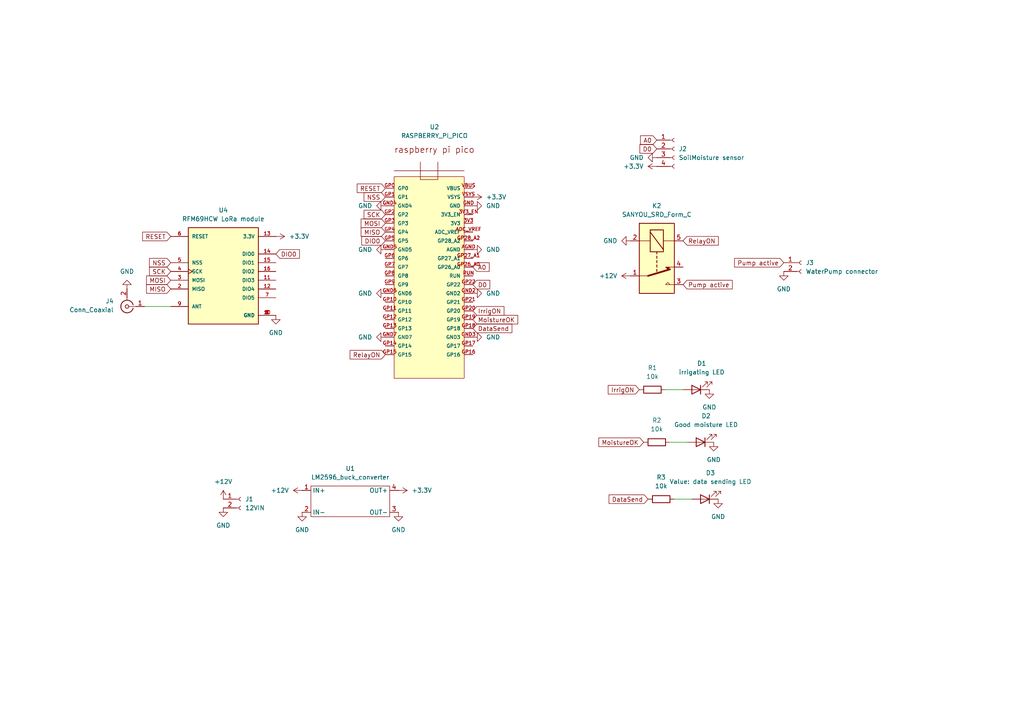
<source format=kicad_sch>
(kicad_sch (version 20231120) (generator "eeschema") (generator_version "8.0")
  (paper "A4")
  (lib_symbols
    (symbol "COM-13909:RFM69HCW LoRa module" (pin_names (offset 1.016))
      (property "Reference" "U" (at -10.9497 13.2415 0))
      (property "Value" "RFM69HCW LoRa module" (at -10.4265 -17.0385 0))
      (symbol "RFM69HCW LoRa module_0_0"
        (rectangle (start -10.16 -15.24) (end 10.16 12.7) (stroke (width 0.254)) (fill (type background)))
        (pin power_in line (at 15.24 -12.7 180) (length 5.08) (name "GND") (number "1"))
        (pin power_in line (at 15.24 -12.7 180) (length 5.08) (name "GND") (number "10"))
        (pin bidirectional line (at 15.24 -2.54 180) (length 5.08) (name "DIO3") (number "11"))
        (pin bidirectional line (at 15.24 -5.08 180) (length 5.08) (name "DIO4") (number "12"))
        (pin power_in line (at 15.24 10.16 180) (length 5.08) (name "3.3V") (number "13"))
        (pin bidirectional line (at 15.24 5.08 180) (length 5.08) (name "DIO0") (number "14"))
        (pin bidirectional line (at 15.24 2.54 180) (length 5.08) (name "DIO1") (number "15"))
        (pin bidirectional line (at 15.24 0 180) (length 5.08) (name "DIO2") (number "16"))
        (pin input line (at -15.24 -5.08 0) (length 5.08) (name "MISO") (number "2"))
        (pin output line (at -15.24 -2.54 0) (length 5.08) (name "MOSI") (number "3"))
        (pin input clock (at -15.24 0 0) (length 5.08) (name "SCK") (number "4"))
        (pin input line (at -15.24 2.54 0) (length 5.08) (name "NSS") (number "5"))
        (pin bidirectional line (at -15.24 10.16 0) (length 5.08) (name "RESET") (number "6"))
        (pin bidirectional line (at 15.24 -7.62 180) (length 5.08) (name "DIO5") (number "7"))
        (pin power_in line (at 15.24 -12.7 180) (length 5.08) (name "GND") (number "8"))
        (pin bidirectional line (at -15.24 -10.16 0) (length 5.08) (name "ANT") (number "9"))
      )
    )
    (symbol "Connector:Conn_01x02_Socket" (pin_names (offset 1.016) hide)
      (property "Reference" "J" (at 0 2.54 0))
      (property "Value" "Conn_01x02_Socket" (at 0 -5.08 0))
      (symbol "Conn_01x02_Socket_1_1"
        (arc (start 0 -2.032) (mid -0.5058 -2.54) (end 0 -3.048) (stroke (width 0.1524)))
        (polyline (pts (xy -1.27 -2.54) (xy -0.508 -2.54)) (stroke (width 0.1524)))
        (polyline (pts (xy -1.27 0) (xy -0.508 0)) (stroke (width 0.1524)))
        (arc (start 0 0.508) (mid -0.5058 0) (end 0 -0.508) (stroke (width 0.1524)))
        (pin passive line (at -5.08 0 0) (length 3.81) (name "Pin_1") (number "1"))
        (pin passive line (at -5.08 -2.54 0) (length 3.81) (name "Pin_2") (number "2"))
      )
    )
    (symbol "Connector:Conn_01x04_Socket" (pin_names (offset 1.016) hide)
      (property "Reference" "J" (at 0 5.08 0))
      (property "Value" "Conn_01x04_Socket" (at 0 -7.62 0))
      (symbol "Conn_01x04_Socket_1_1"
        (arc (start 0 -4.572) (mid -0.5058 -5.08) (end 0 -5.588) (stroke (width 0.1524)))
        (arc (start 0 -2.032) (mid -0.5058 -2.54) (end 0 -3.048) (stroke (width 0.1524)))
        (polyline (pts (xy -1.27 -5.08) (xy -0.508 -5.08)) (stroke (width 0.1524)))
        (polyline (pts (xy -1.27 -2.54) (xy -0.508 -2.54)) (stroke (width 0.1524)))
        (polyline (pts (xy -1.27 0) (xy -0.508 0)) (stroke (width 0.1524)))
        (polyline (pts (xy -1.27 2.54) (xy -0.508 2.54)) (stroke (width 0.1524)))
        (arc (start 0 0.508) (mid -0.5058 0) (end 0 -0.508) (stroke (width 0.1524)))
        (arc (start 0 3.048) (mid -0.5058 2.54) (end 0 2.032) (stroke (width 0.1524)))
        (pin passive line (at -5.08 2.54 0) (length 3.81) (name "Pin_1") (number "1"))
        (pin passive line (at -5.08 0 0) (length 3.81) (name "Pin_2") (number "2"))
        (pin passive line (at -5.08 -2.54 0) (length 3.81) (name "Pin_3") (number "3"))
        (pin passive line (at -5.08 -5.08 0) (length 3.81) (name "Pin_4") (number "4"))
      )
    )
    (symbol "Connector:Conn_Coaxial" (pin_names (offset 1.016) hide)
      (property "Reference" "J" (at 0.254 3.048 0))
      (property "Value" "Conn_Coaxial" (at 2.921 0 90))
      (symbol "Conn_Coaxial_0_1"
        (arc (start -1.778 -0.508) (mid 0.2311 -1.8066) (end 1.778 0) (stroke (width 0.254)))
        (polyline (pts (xy -2.54 0) (xy -0.508 0)))
        (polyline (pts (xy 0 -2.54) (xy 0 -1.778)))
        (circle (center 0 0) (radius 0.508) (stroke (width 0.2032)))
        (arc (start 1.778 0) (mid 0.2099 1.8101) (end -1.778 0.508) (stroke (width 0.254)))
      )
      (symbol "Conn_Coaxial_1_1"
        (pin passive line (at -5.08 0 0) (length 2.54) (name "In") (number "1"))
        (pin passive line (at 0 -5.08 90) (length 2.54) (name "Ext") (number "2"))
      )
    )
    (symbol "Device:LED" (pin_numbers hide) (pin_names (offset 1.016) hide)
      (property "Reference" "D" (at 0 2.54 0))
      (property "Value" "LED" (at 0 -2.54 0))
      (symbol "LED_0_1"
        (polyline (pts (xy -1.27 -1.27) (xy -1.27 1.27)) (stroke (width 0.254)))
        (polyline (pts (xy -1.27 0) (xy 1.27 0)))
        (polyline (pts (xy 1.27 -1.27) (xy 1.27 1.27) (xy -1.27 0) (xy 1.27 -1.27)) (stroke (width 0.254)))
        (polyline (pts (xy -3.048 -0.762) (xy -4.572 -2.286) (xy -3.81 -2.286) (xy -4.572 -2.286) (xy -4.572 -1.524)))
        (polyline (pts (xy -1.778 -0.762) (xy -3.302 -2.286) (xy -2.54 -2.286) (xy -3.302 -2.286) (xy -3.302 -1.524)))
      )
      (symbol "LED_1_1"
        (pin passive line (at -3.81 0 0) (length 2.54) (name "K") (number "1"))
        (pin passive line (at 3.81 0 180) (length 2.54) (name "A") (number "2"))
      )
    )
    (symbol "Device:R" (pin_numbers hide) (pin_names (offset 0))
      (property "Reference" "R" (at 2.032 0 90))
      (property "Value" "R" (at 0 0 90))
      (symbol "R_0_1"
        (rectangle (start -1.016 -2.54) (end 1.016 2.54) (stroke (width 0.254)))
      )
      (symbol "R_1_1"
        (pin passive line (at 0 3.81 270) (length 1.27) (name "~") (number "1"))
        (pin passive line (at 0 -3.81 90) (length 1.27) (name "~") (number "2"))
      )
    )
    (symbol "My_Symbols:LM2596_buck_converter"
      (property "Reference" "U" (at 0 0 0))
      (property "Value" "LM2596_buck_converter" (at 0 0 0))
      (symbol "LM2596_buck_converter_0_1"
        (rectangle (start -11.43 12.7) (end 11.43 3.81))
      )
      (symbol "LM2596_buck_converter_1_1"
        (pin input line (at -13.97 11.43 0) (length 2.54) (name "IN+") (number "1"))
        (pin input line (at -13.97 5.08 0) (length 2.54) (name "IN-") (number "2"))
        (pin output line (at 13.97 5.08 180) (length 2.54) (name "OUT-") (number "3"))
        (pin output line (at 13.97 11.43 180) (length 2.54) (name "OUT+") (number "4"))
      )
    )
    (symbol "RASPBERRY_PI_PICO:RASPBERRY_PI_PICO" (pin_names (offset 1.016))
      (property "Reference" "U" (at 0 0 0))
      (property "Value" "RASPBERRY_PI_PICO" (at 0 0 0))
      (symbol "RASPBERRY_PI_PICO_0_0"
        (rectangle (start -7.62 -34.7604) (end 12.7 23.6596) (stroke (width 0.1524)) (fill (type background)))
        (polyline (pts (xy 0 22.86) (xy 5.08 22.86)) (stroke (width 0.1524)))
        (polyline (pts (xy 0 27.94) (xy 0 22.86)) (stroke (width 0.1524)))
        (polyline (pts (xy 5.08 22.86) (xy 5.08 27.94)) (stroke (width 0.1524)))
        (polyline (pts (xy 12.7 25.4) (xy -7.62 25.4)) (stroke (width 0.1524)))
        (text "raspberry pi pico" (at -7.62 30.48 0) (effects (font (size 1.778 1.778)) (justify left bottom)))
        (pin bidirectional line (at 15.24 10.16 180) (length 2.54) (name "3V3") (number "3V3"))
        (pin bidirectional line (at 15.24 12.7 180) (length 2.54) (name "3V3_EN") (number "3V3_EN"))
        (pin bidirectional line (at 15.24 7.62 180) (length 2.54) (name "ADC_VREF") (number "ADC_VREF"))
        (pin bidirectional line (at 15.24 2.54 180) (length 2.54) (name "AGND") (number "AGND"))
        (pin bidirectional line (at 15.24 15.24 180) (length 2.54) (name "GND") (number "GND"))
        (pin bidirectional line (at 15.24 -10.16 180) (length 2.54) (name "GND2") (number "GND2"))
        (pin bidirectional line (at 15.24 -22.86 180) (length 2.54) (name "GND3") (number "GND3"))
        (pin bidirectional line (at -10.16 15.24 0) (length 2.54) (name "GND4") (number "GND4"))
        (pin bidirectional line (at -10.16 2.54 0) (length 2.54) (name "GND5") (number "GND5"))
        (pin bidirectional line (at -10.16 -10.16 0) (length 2.54) (name "GND6") (number "GND6"))
        (pin bidirectional line (at -10.16 -22.86 0) (length 2.54) (name "GND7") (number "GND7"))
        (pin bidirectional line (at -10.16 20.32 0) (length 2.54) (name "GP0") (number "GP0"))
        (pin bidirectional line (at -10.16 17.78 0) (length 2.54) (name "GP1") (number "GP1"))
        (pin bidirectional line (at -10.16 -12.7 0) (length 2.54) (name "GP10") (number "GP10"))
        (pin bidirectional line (at -10.16 -15.24 0) (length 2.54) (name "GP11") (number "GP11"))
        (pin bidirectional line (at -10.16 -17.78 0) (length 2.54) (name "GP12") (number "GP12"))
        (pin bidirectional line (at -10.16 -20.32 0) (length 2.54) (name "GP13") (number "GP13"))
        (pin bidirectional line (at -10.16 -25.4 0) (length 2.54) (name "GP14") (number "GP14"))
        (pin bidirectional line (at -10.16 -27.94 0) (length 2.54) (name "GP15") (number "GP15"))
        (pin bidirectional line (at 15.24 -27.94 180) (length 2.54) (name "GP16") (number "GP16"))
        (pin bidirectional line (at 15.24 -25.4 180) (length 2.54) (name "GP17") (number "GP17"))
        (pin bidirectional line (at 15.24 -20.32 180) (length 2.54) (name "GP18") (number "GP18"))
        (pin bidirectional line (at 15.24 -17.78 180) (length 2.54) (name "GP19") (number "GP19"))
        (pin bidirectional line (at -10.16 12.7 0) (length 2.54) (name "GP2") (number "GP2"))
        (pin bidirectional line (at 15.24 -15.24 180) (length 2.54) (name "GP20") (number "GP20"))
        (pin bidirectional line (at 15.24 -12.7 180) (length 2.54) (name "GP21") (number "GP21"))
        (pin bidirectional line (at 15.24 -7.62 180) (length 2.54) (name "GP22") (number "GP22"))
        (pin bidirectional line (at 15.24 -2.54 180) (length 2.54) (name "GP26_A0") (number "GP26_A0"))
        (pin bidirectional line (at 15.24 0 180) (length 2.54) (name "GP27_A1") (number "GP27_A1"))
        (pin bidirectional line (at 15.24 5.08 180) (length 2.54) (name "GP28_A2") (number "GP28_A2"))
        (pin bidirectional line (at -10.16 10.16 0) (length 2.54) (name "GP3") (number "GP3"))
        (pin bidirectional line (at -10.16 7.62 0) (length 2.54) (name "GP4") (number "GP4"))
        (pin bidirectional line (at -10.16 5.08 0) (length 2.54) (name "GP5") (number "GP5"))
        (pin bidirectional line (at -10.16 0 0) (length 2.54) (name "GP6") (number "GP6"))
        (pin bidirectional line (at -10.16 -2.54 0) (length 2.54) (name "GP7") (number "GP7"))
        (pin bidirectional line (at -10.16 -5.08 0) (length 2.54) (name "GP8") (number "GP8"))
        (pin bidirectional line (at -10.16 -7.62 0) (length 2.54) (name "GP9") (number "GP9"))
        (pin bidirectional line (at 15.24 -5.08 180) (length 2.54) (name "RUN") (number "RUN"))
        (pin bidirectional line (at 15.24 20.32 180) (length 2.54) (name "VBUS") (number "VBUS"))
        (pin bidirectional line (at 15.24 17.78 180) (length 2.54) (name "VSYS") (number "VSYS"))
      )
    )
    (symbol "Relay:SANYOU_SRD_Form_C"
      (property "Reference" "K" (at 11.43 3.81 0))
      (property "Value" "SANYOU_SRD_Form_C" (at 11.43 1.27 0))
      (symbol "SANYOU_SRD_Form_C_0_0"
        (polyline (pts (xy 7.62 5.08) (xy 7.62 2.54) (xy 6.985 3.175) (xy 7.62 3.81)))
      )
      (symbol "SANYOU_SRD_Form_C_0_1"
        (rectangle (start -10.16 5.08) (end 10.16 -5.08) (stroke (width 0.254)) (fill (type background)))
        (rectangle (start -8.255 1.905) (end -1.905 -1.905) (stroke (width 0.254)))
        (polyline (pts (xy -7.62 -1.905) (xy -2.54 1.905)) (stroke (width 0.254)))
        (polyline (pts (xy -5.08 -5.08) (xy -5.08 -1.905)))
        (polyline (pts (xy -5.08 5.08) (xy -5.08 1.905)))
        (polyline (pts (xy -1.905 0) (xy -1.27 0)) (stroke (width 0.254)))
        (polyline (pts (xy -0.635 0) (xy 0 0)) (stroke (width 0.254)))
        (polyline (pts (xy 0.635 0) (xy 1.27 0)) (stroke (width 0.254)))
        (polyline (pts (xy 1.905 0) (xy 2.54 0)) (stroke (width 0.254)))
        (polyline (pts (xy 3.175 0) (xy 3.81 0)) (stroke (width 0.254)))
        (polyline (pts (xy 5.08 -2.54) (xy 3.175 3.81)) (stroke (width 0.508)))
        (polyline (pts (xy 5.08 -2.54) (xy 5.08 -5.08)))
      )
      (symbol "SANYOU_SRD_Form_C_1_1"
        (polyline (pts (xy 2.54 3.81) (xy 3.175 3.175) (xy 2.54 2.54) (xy 2.54 5.08)) (fill (type outline)))
        (pin passive line (at 5.08 -7.62 90) (length 2.54) (name "~") (number "1"))
        (pin passive line (at -5.08 -7.62 90) (length 2.54) (name "~") (number "2"))
        (pin passive line (at 7.62 7.62 270) (length 2.54) (name "~") (number "3"))
        (pin passive line (at 2.54 7.62 270) (length 2.54) (name "~") (number "4"))
        (pin passive line (at -5.08 7.62 270) (length 2.54) (name "~") (number "5"))
      )
    )
    (symbol "power:+12V" (power) (pin_numbers hide) (pin_names (offset 0) hide)
      (property "Value" "+12V" (at 0 3.556 0))
      (symbol "+12V_0_1"
        (polyline (pts (xy -0.762 1.27) (xy 0 2.54)))
        (polyline (pts (xy 0 0) (xy 0 2.54)))
        (polyline (pts (xy 0 2.54) (xy 0.762 1.27)))
      )
      (symbol "+12V_1_1"
        (pin power_in line (at 0 0 90) (length 0) (name "~") (number "1"))
      )
    )
    (symbol "power:+3.3V" (power) (pin_numbers hide) (pin_names (offset 0) hide)
      (property "Value" "+3.3V" (at 0 3.556 0))
      (symbol "+3.3V_0_1"
        (polyline (pts (xy -0.762 1.27) (xy 0 2.54)))
        (polyline (pts (xy 0 0) (xy 0 2.54)))
        (polyline (pts (xy 0 2.54) (xy 0.762 1.27)))
      )
      (symbol "+3.3V_1_1"
        (pin power_in line (at 0 0 90) (length 0) (name "~") (number "1"))
      )
    )
    (symbol "power:GND" (power) (pin_numbers hide) (pin_names (offset 0) hide)
      (property "Value" "GND" (at 0 -3.81 0))
      (symbol "GND_0_1"
        (polyline (pts (xy 0 0) (xy 0 -1.27) (xy 1.27 -1.27) (xy 0 -2.54) (xy -1.27 -1.27) (xy 0 -1.27)))
      )
      (symbol "GND_1_1"
        (pin power_in line (at 0 0 270) (length 0) (name "~") (number "1"))
      )
    )
  )
  (wire (pts (xy 194.31 128.27) (xy 199.39 128.27)))
  (wire (pts (xy 195.58 144.78) (xy 200.66 144.78)))
  (wire (pts (xy 193.04 113.03) (xy 198.12 113.03)))
  (wire (pts (xy 41.91 88.9) (xy 49.53 88.9)))
  (global_label "A0" (shape input) (at 190.5 40.64 180) (property "Intersheetrefs" "${INTERSHEET_REFS}" (effects (hide yes))))
  (global_label "A0" (shape input) (at 137.16 77.47 0) (property "Intersheetrefs" "${INTERSHEET_REFS}" (effects (hide yes))))
  (global_label "NSS" (shape input) (at 111.76 57.15 180) (property "Intersheetrefs" "${INTERSHEET_REFS}" (effects (hide yes))))
  (global_label "IrrigON" (shape input) (at 185.42 113.03 180) (property "Intersheetrefs" "${INTERSHEET_REFS}" (effects (hide yes))))
  (global_label "D0" (shape input) (at 190.5 43.18 180) (property "Intersheetrefs" "${INTERSHEET_REFS}" (effects (hide yes))))
  (global_label "RelayON" (shape input) (at 198.12 69.85 0) (property "Intersheetrefs" "${INTERSHEET_REFS}" (effects (hide yes))))
  (global_label "IrrigON" (shape input) (at 137.16 90.17 0) (property "Intersheetrefs" "${INTERSHEET_REFS}" (effects (hide yes))))
  (global_label "DIO0" (shape input) (at 111.76 69.85 180) (property "Intersheetrefs" "${INTERSHEET_REFS}" (effects (hide yes))))
  (global_label "RESET" (shape input) (at 49.53 68.58 180) (property "Intersheetrefs" "${INTERSHEET_REFS}" (effects (hide yes))))
  (global_label "D0" (shape input) (at 137.16 82.55 0) (property "Intersheetrefs" "${INTERSHEET_REFS}" (effects (hide yes))))
  (global_label "MISO" (shape input) (at 111.76 67.31 180) (property "Intersheetrefs" "${INTERSHEET_REFS}" (effects (hide yes))))
  (global_label "SCK" (shape input) (at 49.53 78.74 180) (property "Intersheetrefs" "${INTERSHEET_REFS}" (effects (hide yes))))
  (global_label "RESET" (shape input) (at 111.76 54.61 180) (property "Intersheetrefs" "${INTERSHEET_REFS}" (effects (hide yes))))
  (global_label "MISO" (shape input) (at 49.53 83.82 180) (property "Intersheetrefs" "${INTERSHEET_REFS}" (effects (hide yes))))
  (global_label "SCK" (shape input) (at 111.76 62.23 180) (property "Intersheetrefs" "${INTERSHEET_REFS}" (effects (hide yes))))
  (global_label "DIO0" (shape input) (at 80.01 73.66 0) (property "Intersheetrefs" "${INTERSHEET_REFS}" (effects (hide yes))))
  (global_label "RelayON" (shape input) (at 111.76 102.87 180) (property "Intersheetrefs" "${INTERSHEET_REFS}" (effects (hide yes))))
  (global_label "MoistureOK" (shape input) (at 186.69 128.27 180) (property "Intersheetrefs" "${INTERSHEET_REFS}" (effects (hide yes))))
  (global_label "Pump active" (shape input) (at 227.33 76.2 180) (property "Intersheetrefs" "${INTERSHEET_REFS}" (effects (hide yes))))
  (global_label "MOSI" (shape input) (at 49.53 81.28 180) (property "Intersheetrefs" "${INTERSHEET_REFS}" (effects (hide yes))))
  (global_label "Pump active" (shape input) (at 198.12 82.55 0) (property "Intersheetrefs" "${INTERSHEET_REFS}" (effects (hide yes))))
  (global_label "NSS" (shape input) (at 49.53 76.2 180) (property "Intersheetrefs" "${INTERSHEET_REFS}" (effects (hide yes))))
  (global_label "MOSI" (shape input) (at 111.76 64.77 180) (property "Intersheetrefs" "${INTERSHEET_REFS}" (effects (hide yes))))
  (global_label "DataSend" (shape input) (at 187.96 144.78 180) (property "Intersheetrefs" "${INTERSHEET_REFS}" (effects (hide yes))))
  (global_label "MoistureOK" (shape input) (at 137.16 92.71 0) (property "Intersheetrefs" "${INTERSHEET_REFS}" (effects (hide yes))))
  (global_label "DataSend" (shape input) (at 137.16 95.25 0) (property "Intersheetrefs" "${INTERSHEET_REFS}" (effects (hide yes))))
  (symbol (lib_id "Device:LED") (at 201.93 113.03 180) (unit 1)
    (property "Reference" "D1" (at 203.5175 105.41 0))
    (property "Value" "irrigating LED" (at 203.5175 107.95 0))
    (property "Footprint" "LED_THT:LED_D5.0mm_Clear" (effects (hide yes)))
    (property "Description" "Light emitting diode" (effects (hide yes)))
  )
  (symbol (lib_id "power:+12V") (at 182.88 80.01 90) (unit 1)
    (property "Reference" "#PWR010" (effects (hide yes)))
    (property "Value" "+12V" (at 179.07 80.0099 90) (effects (justify left)))
    (property "Description" "Power symbol creates a global label with name \"+12V\"" (effects (hide yes)))
  )
  (symbol (lib_id "power:+3.3V") (at 115.57 142.24 270) (unit 1)
    (property "Reference" "#PWR07" (effects (hide yes)))
    (property "Value" "+3.3V" (at 119.38 142.2399 90) (effects (justify left)))
    (property "Description" "Power symbol creates a global label with name \"+3.3V\"" (effects (hide yes)))
  )
  (symbol (lib_id "power:GND") (at 227.33 78.74 0) (unit 1)
    (property "Reference" "#PWR011" (effects (hide yes)))
    (property "Value" "GND" (at 227.33 83.82 0))
    (property "Description" "Power symbol creates a global label with name \"GND\" , ground" (effects (hide yes)))
  )
  (symbol (lib_id "Device:R") (at 189.23 113.03 90) (unit 1)
    (property "Reference" "R1" (at 189.23 106.68 90))
    (property "Value" "10k" (at 189.23 109.22 90))
    (property "Footprint" "Resistor_THT:R_Axial_DIN0309_L9.0mm_D3.2mm_P12.70mm_Horizontal" (effects (hide yes)))
    (property "Description" "Resistor" (effects (hide yes)))
  )
  (symbol (lib_id "Device:LED") (at 203.2 128.27 180) (unit 1)
    (property "Reference" "D2" (at 204.7875 120.65 0))
    (property "Value" "Good moisture LED" (at 204.7875 123.19 0))
    (property "Footprint" "LED_THT:LED_D5.0mm_Clear" (effects (hide yes)))
    (property "Description" "Light emitting diode" (effects (hide yes)))
  )
  (symbol (lib_id "power:GND") (at 111.76 97.79 270) (unit 1)
    (property "Reference" "#PWR015" (effects (hide yes)))
    (property "Value" "GND" (at 107.95 97.7899 90) (effects (justify right)))
    (property "Description" "Power symbol creates a global label with name \"GND\" , ground" (effects (hide yes)))
  )
  (symbol (lib_id "Device:R") (at 191.77 144.78 90) (unit 1)
    (property "Reference" "R3" (at 191.77 138.43 90))
    (property "Value" "10k" (at 191.77 140.97 90))
    (property "Footprint" "Resistor_THT:R_Axial_DIN0309_L9.0mm_D3.2mm_P12.70mm_Horizontal" (effects (hide yes)))
    (property "Description" "Resistor" (effects (hide yes)))
  )
  (symbol (lib_id "power:GND") (at 111.76 72.39 270) (unit 1)
    (property "Reference" "#PWR013" (effects (hide yes)))
    (property "Value" "GND" (at 107.95 72.3899 90) (effects (justify right)))
    (property "Description" "Power symbol creates a global label with name \"GND\" , ground" (effects (hide yes)))
  )
  (symbol (lib_id "COM-13909:RFM69HCW LoRa module") (at 64.77 78.74 0) (unit 1)
    (property "Reference" "U4" (at 64.77 60.96 0))
    (property "Value" "RFM69HCW LoRa module" (at 64.77 63.5 0))
    (property "Footprint" "My_Footprints:RFM69HCW LoRa module" (effects (hide yes)))
    (property "MF" "HOPERF" (effects (hide yes)))
    (property "Description_1" "\nGeneral ISM < 1GHz Transceiver Module 915MHz Surface Mount\n" (effects (hide yes)))
    (property "Package" "Module SparkFun Electronics" (effects (hide yes)))
    (property "Price" "None" (effects (hide yes)))
    (property "Check_prices" "https://www.snapeda.com/parts/RFM69HCW-315S2/HOPERF/view-part/?ref=eda" (effects (hide yes)))
    (property "SnapEDA_Link" "https://www.snapeda.com/parts/RFM69HCW-315S2/HOPERF/view-part/?ref=snap" (effects (hide yes)))
    (property "MP" "RFM69HCW-315S2" (effects (hide yes)))
    (property "Availability" "Not in stock" (effects (hide yes)))
    (property "MANUFACTURER" "SparkFun Electronics" (effects (hide yes)))
  )
  (symbol (lib_id "power:GND") (at 115.57 148.59 0) (unit 1)
    (property "Reference" "#PWR06" (effects (hide yes)))
    (property "Value" "GND" (at 115.57 153.67 0))
    (property "Description" "Power symbol creates a global label with name \"GND\" , ground" (effects (hide yes)))
  )
  (symbol (lib_id "power:GND") (at 190.5 45.72 270) (unit 1)
    (property "Reference" "#PWR05" (effects (hide yes)))
    (property "Value" "GND" (at 186.69 45.7199 90) (effects (justify right)))
    (property "Description" "Power symbol creates a global label with name \"GND\" , ground" (effects (hide yes)))
  )
  (symbol (lib_id "Relay:SANYOU_SRD_Form_C") (at 190.5 74.93 270) (unit 1)
    (property "Reference" "K2" (at 190.5 59.69 90))
    (property "Value" "SANYOU_SRD_Form_C" (at 190.5 62.23 90))
    (property "Footprint" "Relay_THT:Relay_SPDT_SANYOU_SRD_Series_Form_C" (effects (hide yes)))
    (property "Datasheet" "http://www.sanyourelay.ca/public/products/pdf/SRD.pdf" (effects (hide yes)))
    (property "Description" "Sanyo SRD relay, Single Pole Miniature Power Relay," (effects (hide yes)))
  )
  (symbol (lib_id "power:GND") (at 182.88 69.85 270) (unit 1)
    (property "Reference" "#PWR09" (effects (hide yes)))
    (property "Value" "GND" (at 179.07 69.8499 90) (effects (justify right)))
    (property "Description" "Power symbol creates a global label with name \"GND\" , ground" (effects (hide yes)))
  )
  (symbol (lib_id "power:+3.3V") (at 80.01 68.58 270) (unit 1)
    (property "Reference" "#PWR021" (effects (hide yes)))
    (property "Value" "+3.3V" (at 83.82 68.5799 90) (effects (justify left)))
    (property "Description" "Power symbol creates a global label with name \"+3.3V\"" (effects (hide yes)))
  )
  (symbol (lib_id "power:GND") (at 111.76 59.69 270) (unit 1)
    (property "Reference" "#PWR012" (effects (hide yes)))
    (property "Value" "GND" (at 107.95 59.6899 90) (effects (justify right)))
    (property "Description" "Power symbol creates a global label with name \"GND\" , ground" (effects (hide yes)))
  )
  (symbol (lib_id "Connector:Conn_Coaxial") (at 36.83 88.9 180) (unit 1)
    (property "Reference" "J4" (at 33.02 87.3367 0) (effects (justify left)))
    (property "Value" "Conn_Coaxial" (at 33.02 89.8767 0) (effects (justify left)))
    (property "Footprint" "Connector_Coaxial:SMA_Amphenol_132134_Vertical" (effects (hide yes)))
    (property "Datasheet" " ~" (effects (hide yes)))
    (property "Description" "coaxial connector (BNC, SMA, SMB, SMC, Cinch/RCA, LEMO, ...)" (effects (hide yes)))
  )
  (symbol (lib_id "power:+12V") (at 64.77 144.78 0) (unit 1)
    (property "Reference" "#PWR01" (effects (hide yes)))
    (property "Value" "+12V" (at 64.77 139.7 0))
    (property "Description" "Power symbol creates a global label with name \"+12V\"" (effects (hide yes)))
  )
  (symbol (lib_id "power:GND") (at 111.76 85.09 270) (unit 1)
    (property "Reference" "#PWR014" (effects (hide yes)))
    (property "Value" "GND" (at 107.95 85.0899 90) (effects (justify right)))
    (property "Description" "Power symbol creates a global label with name \"GND\" , ground" (effects (hide yes)))
  )
  (symbol (lib_id "Connector:Conn_01x02_Socket") (at 69.85 144.78 0) (unit 1)
    (property "Reference" "J1" (at 71.12 144.7799 0) (effects (justify left)))
    (property "Value" "12VIN" (at 71.12 147.3199 0) (effects (justify left)))
    (property "Footprint" "TerminalBlock_Phoenix:TerminalBlock_Phoenix_PT-1,5-2-5.0-H_1x02_P5.00mm_Horizontal" (effects (hide yes)))
    (property "Description" "Generic connector, single row, 01x02, script generated" (effects (hide yes)))
  )
  (symbol (lib_id "power:GND") (at 80.01 91.44 0) (unit 1)
    (property "Reference" "#PWR022" (effects (hide yes)))
    (property "Value" "GND" (at 80.01 96.52 0))
    (property "Description" "Power symbol creates a global label with name \"GND\" , ground" (effects (hide yes)))
  )
  (symbol (lib_id "power:GND") (at 137.16 97.79 90) (unit 1)
    (property "Reference" "#PWR016" (effects (hide yes)))
    (property "Value" "GND" (at 140.97 97.7899 90) (effects (justify right)))
    (property "Description" "Power symbol creates a global label with name \"GND\" , ground" (effects (hide yes)))
  )
  (symbol (lib_id "Device:R") (at 190.5 128.27 90) (unit 1)
    (property "Reference" "R2" (at 190.5 121.92 90))
    (property "Value" "10k" (at 190.5 124.46 90))
    (property "Footprint" "Resistor_THT:R_Axial_DIN0309_L9.0mm_D3.2mm_P12.70mm_Horizontal" (effects (hide yes)))
    (property "Description" "Resistor" (effects (hide yes)))
  )
  (symbol (lib_id "power:GND") (at 137.16 85.09 90) (unit 1)
    (property "Reference" "#PWR017" (effects (hide yes)))
    (property "Value" "GND" (at 140.97 85.0899 90) (effects (justify right)))
    (property "Description" "Power symbol creates a global label with name \"GND\" , ground" (effects (hide yes)))
  )
  (symbol (lib_id "RASPBERRY_PI_PICO:RASPBERRY_PI_PICO") (at 121.92 74.93 0) (unit 1)
    (property "Reference" "U2" (at 126.0171 36.83 0))
    (property "Value" "RASPBERRY_PI_PICO" (at 126.0171 39.37 0))
    (property "Footprint" "RASPBERRY_PI_PICO:RASPBERRY_PI_PICO" (effects (hide yes)))
    (property "MF" "Raspberry Pi" (effects (hide yes)))
    (property "Description_1" "\nRaspberry Pi Board, Arm Cortex-M0+; Core Architecture:Arm; Core Sub-Architecture:Cortex-M0+; Kit Contents:Raspberry Pi Pico Board; No. Of Bits:32Bit; Silicon Core Number:Rp2040; Silicon Manufacturer:Raspberry Pi |Raspberry-Pi RASPBERRY PI PICO\n" (effects (hide yes)))
    (property "Package" "None" (effects (hide yes)))
    (property "Price" "None" (effects (hide yes)))
    (property "SnapEDA_Link" "https://www.snapeda.com/parts/RASPBERRY%20PI%20PICO/Raspberry+Pi/view-part/?ref=snap" (effects (hide yes)))
    (property "MP" "RASPBERRY PI PICO" (effects (hide yes)))
    (property "Availability" "In Stock" (effects (hide yes)))
    (property "Check_prices" "https://www.snapeda.com/parts/RASPBERRY%20PI%20PICO/Raspberry+Pi/view-part/?ref=eda" (effects (hide yes)))
  )
  (symbol (lib_id "power:GND") (at 137.16 59.69 90) (unit 1)
    (property "Reference" "#PWR019" (effects (hide yes)))
    (property "Value" "GND" (at 140.97 59.6899 90) (effects (justify right)))
    (property "Description" "Power symbol creates a global label with name \"GND\" , ground" (effects (hide yes)))
  )
  (symbol (lib_id "power:GND") (at 64.77 147.32 0) (unit 1)
    (property "Reference" "#PWR02" (effects (hide yes)))
    (property "Value" "GND" (at 64.77 152.4 0))
    (property "Description" "Power symbol creates a global label with name \"GND\" , ground" (effects (hide yes)))
  )
  (symbol (lib_id "Connector:Conn_01x04_Socket") (at 195.58 43.18 0) (unit 1)
    (property "Reference" "J2" (at 196.85 43.1799 0) (effects (justify left)))
    (property "Value" "SoilMoisture sensor" (at 196.85 45.7199 0) (effects (justify left)))
    (property "Footprint" "Connector_PinSocket_2.54mm:PinSocket_1x04_P2.54mm_Vertical" (effects (hide yes)))
    (property "Description" "Generic connector, single row, 01x04, script generated" (effects (hide yes)))
  )
  (symbol (lib_id "power:+3.3V") (at 190.5 48.26 90) (unit 1)
    (property "Reference" "#PWR08" (effects (hide yes)))
    (property "Value" "+3.3V" (at 186.69 48.2599 90) (effects (justify left)))
    (property "Description" "Power symbol creates a global label with name \"+3.3V\"" (effects (hide yes)))
  )
  (symbol (lib_id "power:GND") (at 207.01 128.27 0) (unit 1)
    (property "Reference" "#PWR024" (effects (hide yes)))
    (property "Value" "GND" (at 207.01 133.35 0))
    (property "Description" "Power symbol creates a global label with name \"GND\" , ground" (effects (hide yes)))
  )
  (symbol (lib_id "power:GND") (at 205.74 113.03 0) (unit 1)
    (property "Reference" "#PWR023" (effects (hide yes)))
    (property "Value" "GND" (at 205.74 118.11 0))
    (property "Description" "Power symbol creates a global label with name \"GND\" , ground" (effects (hide yes)))
  )
  (symbol (lib_id "Connector:Conn_01x02_Socket") (at 232.41 76.2 0) (unit 1)
    (property "Reference" "J3" (at 233.68 76.1999 0) (effects (justify left)))
    (property "Value" "WaterPump connector" (at 233.68 78.7399 0) (effects (justify left)))
    (property "Footprint" "TerminalBlock_Phoenix:TerminalBlock_Phoenix_PT-1,5-2-3.5-H_1x02_P3.50mm_Horizontal" (effects (hide yes)))
    (property "Description" "Generic connector, single row, 01x02, script generated" (effects (hide yes)))
  )
  (symbol (lib_id "power:GND") (at 137.16 72.39 90) (unit 1)
    (property "Reference" "#PWR018" (effects (hide yes)))
    (property "Value" "GND" (at 140.97 72.3899 90) (effects (justify right)))
    (property "Description" "Power symbol creates a global label with name \"GND\" , ground" (effects (hide yes)))
  )
  (symbol (lib_id "power:+12V") (at 87.63 142.24 90) (unit 1)
    (property "Reference" "#PWR03" (effects (hide yes)))
    (property "Value" "+12V" (at 83.82 142.2399 90) (effects (justify left)))
    (property "Description" "Power symbol creates a global label with name \"+12V\"" (effects (hide yes)))
  )
  (symbol (lib_id "My_Symbols:LM2596_buck_converter") (at 101.6 153.67 0) (unit 1)
    (property "Reference" "U1" (at 101.6 135.89 0))
    (property "Value" "LM2596_buck_converter" (at 101.6 138.43 0))
    (property "Footprint" "My_Footprints:LM2596_Buck converter" (effects (hide yes)))
  )
  (symbol (lib_id "Device:LED") (at 204.47 144.78 180) (unit 1)
    (property "Reference" "D3" (at 206.0575 137.16 0))
    (property "Value" "data sending LED" (at 206.0575 139.7 0) (show_name yes))
    (property "Footprint" "LED_THT:LED_D5.0mm_Clear" (effects (hide yes)))
    (property "Description" "Light emitting diode" (effects (hide yes)))
  )
  (symbol (lib_id "power:+3.3V") (at 137.16 57.15 270) (unit 1)
    (property "Reference" "#PWR020" (effects (hide yes)))
    (property "Value" "+3.3V" (at 140.97 57.1499 90) (effects (justify left)))
    (property "Description" "Power symbol creates a global label with name \"+3.3V\"" (effects (hide yes)))
  )
  (symbol (lib_id "power:GND") (at 36.83 83.82 180) (unit 1)
    (property "Reference" "#PWR026" (effects (hide yes)))
    (property "Value" "GND" (at 36.83 78.74 0))
    (property "Description" "Power symbol creates a global label with name \"GND\" , ground" (effects (hide yes)))
  )
  (symbol (lib_id "power:GND") (at 87.63 148.59 0) (unit 1)
    (property "Reference" "#PWR04" (effects (hide yes)))
    (property "Value" "GND" (at 87.63 153.67 0))
    (property "Description" "Power symbol creates a global label with name \"GND\" , ground" (effects (hide yes)))
  )
  (symbol (lib_id "power:GND") (at 208.28 144.78 0) (unit 1)
    (property "Reference" "#PWR025" (effects (hide yes)))
    (property "Value" "GND" (at 208.28 149.86 0))
    (property "Description" "Power symbol creates a global label with name \"GND\" , ground" (effects (hide yes)))
  )
)
</source>
